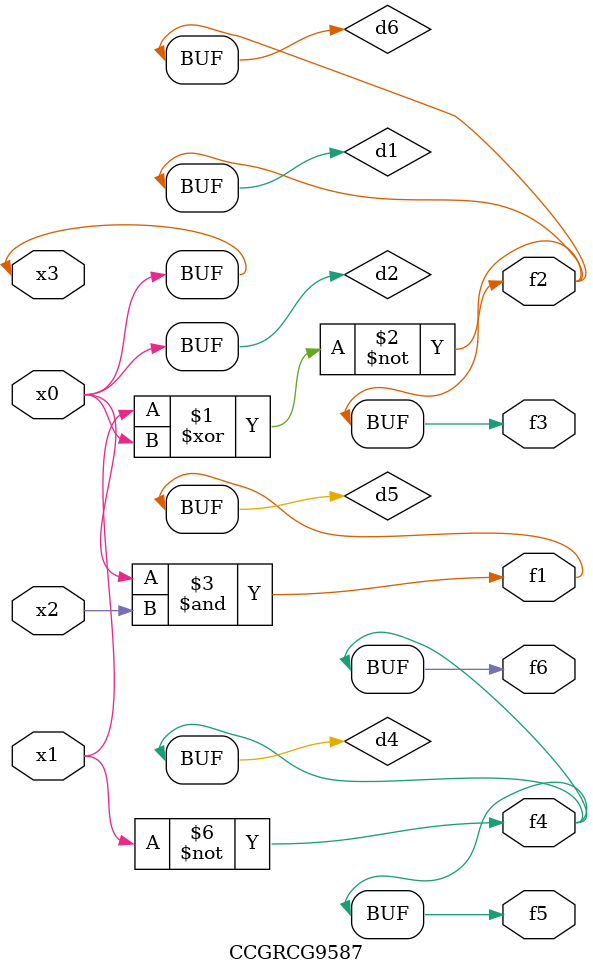
<source format=v>
module CCGRCG9587(
	input x0, x1, x2, x3,
	output f1, f2, f3, f4, f5, f6
);

	wire d1, d2, d3, d4, d5, d6;

	xnor (d1, x1, x3);
	buf (d2, x0, x3);
	nand (d3, x0, x2);
	not (d4, x1);
	nand (d5, d3);
	or (d6, d1);
	assign f1 = d5;
	assign f2 = d6;
	assign f3 = d6;
	assign f4 = d4;
	assign f5 = d4;
	assign f6 = d4;
endmodule

</source>
